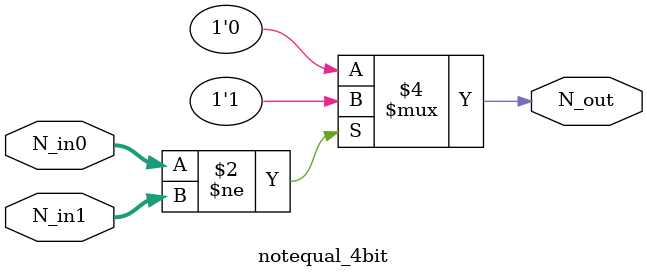
<source format=v>
module notequal_4bit(
	input [3:0] N_in0, 
	input [3:0] N_in1, 
	output reg N_out
	);

always @(*) begin	
	if(N_in0 != N_in1) begin
		N_out = 1;
	end else begin
		N_out = 0;
	end
end
	    
endmodule

</source>
